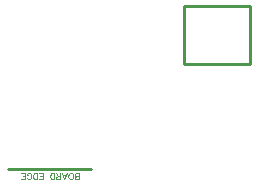
<source format=gbr>
G04 DipTrace Beta 2.9.0.1*
G04 TopAssy.gbr*
%MOIN*%
G04 #@! TF.FileFunction,Drawing,Top*
G04 #@! TF.Part,Single*
%ADD10C,0.009843*%
%ADD12C,0.003*%
%FSLAX26Y26*%
G04*
G70*
G90*
G75*
G01*
G04 TopAssy*
%LPD*%
X1758370Y396655D2*
D10*
X1479630D1*
X2068497Y745921D2*
X2286410D1*
Y940016D1*
X2068497D1*
Y745921D1*
X1717468Y363283D2*
D12*
Y383379D1*
X1708846Y383380D1*
X1705972Y382407D1*
X1705021Y381456D1*
X1704071Y379555D1*
Y376681D1*
X1705021Y374757D1*
X1705972Y373807D1*
X1708846Y372856D1*
X1705972Y371883D1*
X1705021Y370933D1*
X1704071Y369032D1*
Y367108D1*
X1705021Y365207D1*
X1705972Y364234D1*
X1708846Y363284D1*
X1717468Y363283D1*
Y372856D2*
X1708846D1*
X1692147Y363284D2*
X1694070Y364234D1*
X1695972Y366158D1*
X1696944Y368059D1*
X1697895Y370933D1*
Y375730D1*
X1696944Y378582D1*
X1695972Y380506D1*
X1694070Y382407D1*
X1692147Y383380D1*
X1688322D1*
X1686421Y382407D1*
X1684498Y380506D1*
X1683547Y378582D1*
X1682596Y375730D1*
Y370933D1*
X1683547Y368059D1*
X1684498Y366158D1*
X1686421Y364234D1*
X1688322Y363284D1*
X1692147D1*
X1661100Y383379D2*
X1668771Y363284D1*
X1676421Y383380D1*
X1673547Y376681D2*
X1663974D1*
X1654924Y372856D2*
X1646324D1*
X1643450Y371883D1*
X1642478Y370933D1*
X1641527Y369032D1*
Y367108D1*
X1642478Y365207D1*
X1643450Y364234D1*
X1646324Y363284D1*
X1654924D1*
Y383379D1*
X1648226Y372856D2*
X1641527Y383379D1*
X1635351Y363284D2*
Y383379D1*
X1628653D1*
X1625779Y382407D1*
X1623855Y380505D1*
X1622905Y378582D1*
X1621954Y375730D1*
Y370933D1*
X1622905Y368059D1*
X1623855Y366158D1*
X1625779Y364234D1*
X1628653Y363284D1*
X1635351D1*
X1583913D2*
X1596338D1*
Y383379D1*
X1583913D1*
X1596338Y372856D2*
X1588689D1*
X1577738Y363284D2*
Y383379D1*
X1571039D1*
X1568165Y382407D1*
X1566241Y380505D1*
X1565291Y378582D1*
X1564340Y375730D1*
Y370933D1*
X1565291Y368059D1*
X1566241Y366158D1*
X1568165Y364234D1*
X1571039Y363284D1*
X1577738D1*
X1543817Y368059D2*
X1544767Y366158D1*
X1546691Y364234D1*
X1548592Y363283D1*
X1552416D1*
X1554340Y364234D1*
X1556241Y366158D1*
X1557214Y368059D1*
X1558165Y370933D1*
Y375730D1*
X1557214Y378582D1*
X1556241Y380505D1*
X1554340Y382407D1*
X1552416Y383379D1*
X1548592D1*
X1546691Y382407D1*
X1544767Y380505D1*
X1543817Y378582D1*
Y375730D1*
X1548592D1*
X1525216Y363283D2*
X1537641D1*
Y383379D1*
X1525216D1*
X1537641Y372856D2*
X1529992D1*
M02*

</source>
